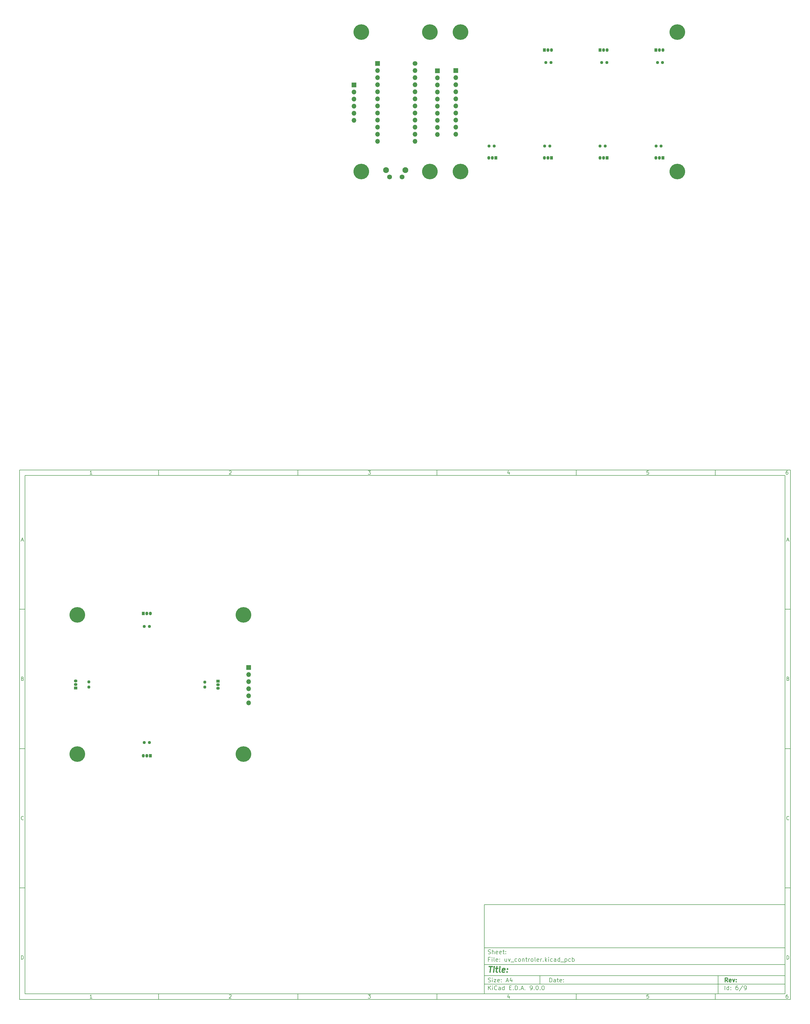
<source format=gbr>
%TF.GenerationSoftware,KiCad,Pcbnew,9.0.0*%
%TF.CreationDate,2025-06-04T23:26:29+02:00*%
%TF.ProjectId,uv_controler,75765f63-6f6e-4747-926f-6c65722e6b69,rev?*%
%TF.SameCoordinates,Original*%
%TF.FileFunction,Soldermask,Top*%
%TF.FilePolarity,Negative*%
%FSLAX46Y46*%
G04 Gerber Fmt 4.6, Leading zero omitted, Abs format (unit mm)*
G04 Created by KiCad (PCBNEW 9.0.0) date 2025-06-04 23:26:29*
%MOMM*%
%LPD*%
G01*
G04 APERTURE LIST*
G04 Aperture macros list*
%AMRoundRect*
0 Rectangle with rounded corners*
0 $1 Rounding radius*
0 $2 $3 $4 $5 $6 $7 $8 $9 X,Y pos of 4 corners*
0 Add a 4 corners polygon primitive as box body*
4,1,4,$2,$3,$4,$5,$6,$7,$8,$9,$2,$3,0*
0 Add four circle primitives for the rounded corners*
1,1,$1+$1,$2,$3*
1,1,$1+$1,$4,$5*
1,1,$1+$1,$6,$7*
1,1,$1+$1,$8,$9*
0 Add four rect primitives between the rounded corners*
20,1,$1+$1,$2,$3,$4,$5,0*
20,1,$1+$1,$4,$5,$6,$7,0*
20,1,$1+$1,$6,$7,$8,$9,0*
20,1,$1+$1,$8,$9,$2,$3,0*%
G04 Aperture macros list end*
%ADD10C,0.100000*%
%ADD11C,0.150000*%
%ADD12C,0.300000*%
%ADD13C,0.400000*%
%ADD14C,5.600000*%
%ADD15RoundRect,0.237500X0.250000X0.237500X-0.250000X0.237500X-0.250000X-0.237500X0.250000X-0.237500X0*%
%ADD16RoundRect,0.237500X-0.250000X-0.237500X0.250000X-0.237500X0.250000X0.237500X-0.250000X0.237500X0*%
%ADD17R,1.300000X1.050000*%
%ADD18O,1.300000X1.050000*%
%ADD19R,1.700000X1.700000*%
%ADD20O,1.700000X1.700000*%
%ADD21R,1.050000X1.300000*%
%ADD22O,1.050000X1.300000*%
%ADD23RoundRect,0.237500X0.237500X-0.250000X0.237500X0.250000X-0.237500X0.250000X-0.237500X-0.250000X0*%
%ADD24C,1.700000*%
%ADD25C,2.100000*%
%ADD26C,1.750000*%
%ADD27RoundRect,0.237500X-0.237500X0.250000X-0.237500X-0.250000X0.237500X-0.250000X0.237500X0.250000X0*%
G04 APERTURE END LIST*
D10*
D11*
X177002200Y-166007200D02*
X285002200Y-166007200D01*
X285002200Y-198007200D01*
X177002200Y-198007200D01*
X177002200Y-166007200D01*
D10*
D11*
X10000000Y-10000000D02*
X287002200Y-10000000D01*
X287002200Y-200007200D01*
X10000000Y-200007200D01*
X10000000Y-10000000D01*
D10*
D11*
X12000000Y-12000000D02*
X285002200Y-12000000D01*
X285002200Y-198007200D01*
X12000000Y-198007200D01*
X12000000Y-12000000D01*
D10*
D11*
X60000000Y-12000000D02*
X60000000Y-10000000D01*
D10*
D11*
X110000000Y-12000000D02*
X110000000Y-10000000D01*
D10*
D11*
X160000000Y-12000000D02*
X160000000Y-10000000D01*
D10*
D11*
X210000000Y-12000000D02*
X210000000Y-10000000D01*
D10*
D11*
X260000000Y-12000000D02*
X260000000Y-10000000D01*
D10*
D11*
X36089160Y-11593604D02*
X35346303Y-11593604D01*
X35717731Y-11593604D02*
X35717731Y-10293604D01*
X35717731Y-10293604D02*
X35593922Y-10479319D01*
X35593922Y-10479319D02*
X35470112Y-10603128D01*
X35470112Y-10603128D02*
X35346303Y-10665033D01*
D10*
D11*
X85346303Y-10417414D02*
X85408207Y-10355509D01*
X85408207Y-10355509D02*
X85532017Y-10293604D01*
X85532017Y-10293604D02*
X85841541Y-10293604D01*
X85841541Y-10293604D02*
X85965350Y-10355509D01*
X85965350Y-10355509D02*
X86027255Y-10417414D01*
X86027255Y-10417414D02*
X86089160Y-10541223D01*
X86089160Y-10541223D02*
X86089160Y-10665033D01*
X86089160Y-10665033D02*
X86027255Y-10850747D01*
X86027255Y-10850747D02*
X85284398Y-11593604D01*
X85284398Y-11593604D02*
X86089160Y-11593604D01*
D10*
D11*
X135284398Y-10293604D02*
X136089160Y-10293604D01*
X136089160Y-10293604D02*
X135655826Y-10788842D01*
X135655826Y-10788842D02*
X135841541Y-10788842D01*
X135841541Y-10788842D02*
X135965350Y-10850747D01*
X135965350Y-10850747D02*
X136027255Y-10912652D01*
X136027255Y-10912652D02*
X136089160Y-11036461D01*
X136089160Y-11036461D02*
X136089160Y-11345985D01*
X136089160Y-11345985D02*
X136027255Y-11469795D01*
X136027255Y-11469795D02*
X135965350Y-11531700D01*
X135965350Y-11531700D02*
X135841541Y-11593604D01*
X135841541Y-11593604D02*
X135470112Y-11593604D01*
X135470112Y-11593604D02*
X135346303Y-11531700D01*
X135346303Y-11531700D02*
X135284398Y-11469795D01*
D10*
D11*
X185965350Y-10726938D02*
X185965350Y-11593604D01*
X185655826Y-10231700D02*
X185346303Y-11160271D01*
X185346303Y-11160271D02*
X186151064Y-11160271D01*
D10*
D11*
X236027255Y-10293604D02*
X235408207Y-10293604D01*
X235408207Y-10293604D02*
X235346303Y-10912652D01*
X235346303Y-10912652D02*
X235408207Y-10850747D01*
X235408207Y-10850747D02*
X235532017Y-10788842D01*
X235532017Y-10788842D02*
X235841541Y-10788842D01*
X235841541Y-10788842D02*
X235965350Y-10850747D01*
X235965350Y-10850747D02*
X236027255Y-10912652D01*
X236027255Y-10912652D02*
X236089160Y-11036461D01*
X236089160Y-11036461D02*
X236089160Y-11345985D01*
X236089160Y-11345985D02*
X236027255Y-11469795D01*
X236027255Y-11469795D02*
X235965350Y-11531700D01*
X235965350Y-11531700D02*
X235841541Y-11593604D01*
X235841541Y-11593604D02*
X235532017Y-11593604D01*
X235532017Y-11593604D02*
X235408207Y-11531700D01*
X235408207Y-11531700D02*
X235346303Y-11469795D01*
D10*
D11*
X285965350Y-10293604D02*
X285717731Y-10293604D01*
X285717731Y-10293604D02*
X285593922Y-10355509D01*
X285593922Y-10355509D02*
X285532017Y-10417414D01*
X285532017Y-10417414D02*
X285408207Y-10603128D01*
X285408207Y-10603128D02*
X285346303Y-10850747D01*
X285346303Y-10850747D02*
X285346303Y-11345985D01*
X285346303Y-11345985D02*
X285408207Y-11469795D01*
X285408207Y-11469795D02*
X285470112Y-11531700D01*
X285470112Y-11531700D02*
X285593922Y-11593604D01*
X285593922Y-11593604D02*
X285841541Y-11593604D01*
X285841541Y-11593604D02*
X285965350Y-11531700D01*
X285965350Y-11531700D02*
X286027255Y-11469795D01*
X286027255Y-11469795D02*
X286089160Y-11345985D01*
X286089160Y-11345985D02*
X286089160Y-11036461D01*
X286089160Y-11036461D02*
X286027255Y-10912652D01*
X286027255Y-10912652D02*
X285965350Y-10850747D01*
X285965350Y-10850747D02*
X285841541Y-10788842D01*
X285841541Y-10788842D02*
X285593922Y-10788842D01*
X285593922Y-10788842D02*
X285470112Y-10850747D01*
X285470112Y-10850747D02*
X285408207Y-10912652D01*
X285408207Y-10912652D02*
X285346303Y-11036461D01*
D10*
D11*
X60000000Y-198007200D02*
X60000000Y-200007200D01*
D10*
D11*
X110000000Y-198007200D02*
X110000000Y-200007200D01*
D10*
D11*
X160000000Y-198007200D02*
X160000000Y-200007200D01*
D10*
D11*
X210000000Y-198007200D02*
X210000000Y-200007200D01*
D10*
D11*
X260000000Y-198007200D02*
X260000000Y-200007200D01*
D10*
D11*
X36089160Y-199600804D02*
X35346303Y-199600804D01*
X35717731Y-199600804D02*
X35717731Y-198300804D01*
X35717731Y-198300804D02*
X35593922Y-198486519D01*
X35593922Y-198486519D02*
X35470112Y-198610328D01*
X35470112Y-198610328D02*
X35346303Y-198672233D01*
D10*
D11*
X85346303Y-198424614D02*
X85408207Y-198362709D01*
X85408207Y-198362709D02*
X85532017Y-198300804D01*
X85532017Y-198300804D02*
X85841541Y-198300804D01*
X85841541Y-198300804D02*
X85965350Y-198362709D01*
X85965350Y-198362709D02*
X86027255Y-198424614D01*
X86027255Y-198424614D02*
X86089160Y-198548423D01*
X86089160Y-198548423D02*
X86089160Y-198672233D01*
X86089160Y-198672233D02*
X86027255Y-198857947D01*
X86027255Y-198857947D02*
X85284398Y-199600804D01*
X85284398Y-199600804D02*
X86089160Y-199600804D01*
D10*
D11*
X135284398Y-198300804D02*
X136089160Y-198300804D01*
X136089160Y-198300804D02*
X135655826Y-198796042D01*
X135655826Y-198796042D02*
X135841541Y-198796042D01*
X135841541Y-198796042D02*
X135965350Y-198857947D01*
X135965350Y-198857947D02*
X136027255Y-198919852D01*
X136027255Y-198919852D02*
X136089160Y-199043661D01*
X136089160Y-199043661D02*
X136089160Y-199353185D01*
X136089160Y-199353185D02*
X136027255Y-199476995D01*
X136027255Y-199476995D02*
X135965350Y-199538900D01*
X135965350Y-199538900D02*
X135841541Y-199600804D01*
X135841541Y-199600804D02*
X135470112Y-199600804D01*
X135470112Y-199600804D02*
X135346303Y-199538900D01*
X135346303Y-199538900D02*
X135284398Y-199476995D01*
D10*
D11*
X185965350Y-198734138D02*
X185965350Y-199600804D01*
X185655826Y-198238900D02*
X185346303Y-199167471D01*
X185346303Y-199167471D02*
X186151064Y-199167471D01*
D10*
D11*
X236027255Y-198300804D02*
X235408207Y-198300804D01*
X235408207Y-198300804D02*
X235346303Y-198919852D01*
X235346303Y-198919852D02*
X235408207Y-198857947D01*
X235408207Y-198857947D02*
X235532017Y-198796042D01*
X235532017Y-198796042D02*
X235841541Y-198796042D01*
X235841541Y-198796042D02*
X235965350Y-198857947D01*
X235965350Y-198857947D02*
X236027255Y-198919852D01*
X236027255Y-198919852D02*
X236089160Y-199043661D01*
X236089160Y-199043661D02*
X236089160Y-199353185D01*
X236089160Y-199353185D02*
X236027255Y-199476995D01*
X236027255Y-199476995D02*
X235965350Y-199538900D01*
X235965350Y-199538900D02*
X235841541Y-199600804D01*
X235841541Y-199600804D02*
X235532017Y-199600804D01*
X235532017Y-199600804D02*
X235408207Y-199538900D01*
X235408207Y-199538900D02*
X235346303Y-199476995D01*
D10*
D11*
X285965350Y-198300804D02*
X285717731Y-198300804D01*
X285717731Y-198300804D02*
X285593922Y-198362709D01*
X285593922Y-198362709D02*
X285532017Y-198424614D01*
X285532017Y-198424614D02*
X285408207Y-198610328D01*
X285408207Y-198610328D02*
X285346303Y-198857947D01*
X285346303Y-198857947D02*
X285346303Y-199353185D01*
X285346303Y-199353185D02*
X285408207Y-199476995D01*
X285408207Y-199476995D02*
X285470112Y-199538900D01*
X285470112Y-199538900D02*
X285593922Y-199600804D01*
X285593922Y-199600804D02*
X285841541Y-199600804D01*
X285841541Y-199600804D02*
X285965350Y-199538900D01*
X285965350Y-199538900D02*
X286027255Y-199476995D01*
X286027255Y-199476995D02*
X286089160Y-199353185D01*
X286089160Y-199353185D02*
X286089160Y-199043661D01*
X286089160Y-199043661D02*
X286027255Y-198919852D01*
X286027255Y-198919852D02*
X285965350Y-198857947D01*
X285965350Y-198857947D02*
X285841541Y-198796042D01*
X285841541Y-198796042D02*
X285593922Y-198796042D01*
X285593922Y-198796042D02*
X285470112Y-198857947D01*
X285470112Y-198857947D02*
X285408207Y-198919852D01*
X285408207Y-198919852D02*
X285346303Y-199043661D01*
D10*
D11*
X10000000Y-60000000D02*
X12000000Y-60000000D01*
D10*
D11*
X10000000Y-110000000D02*
X12000000Y-110000000D01*
D10*
D11*
X10000000Y-160000000D02*
X12000000Y-160000000D01*
D10*
D11*
X10690476Y-35222176D02*
X11309523Y-35222176D01*
X10566666Y-35593604D02*
X10999999Y-34293604D01*
X10999999Y-34293604D02*
X11433333Y-35593604D01*
D10*
D11*
X11092857Y-84912652D02*
X11278571Y-84974557D01*
X11278571Y-84974557D02*
X11340476Y-85036461D01*
X11340476Y-85036461D02*
X11402380Y-85160271D01*
X11402380Y-85160271D02*
X11402380Y-85345985D01*
X11402380Y-85345985D02*
X11340476Y-85469795D01*
X11340476Y-85469795D02*
X11278571Y-85531700D01*
X11278571Y-85531700D02*
X11154761Y-85593604D01*
X11154761Y-85593604D02*
X10659523Y-85593604D01*
X10659523Y-85593604D02*
X10659523Y-84293604D01*
X10659523Y-84293604D02*
X11092857Y-84293604D01*
X11092857Y-84293604D02*
X11216666Y-84355509D01*
X11216666Y-84355509D02*
X11278571Y-84417414D01*
X11278571Y-84417414D02*
X11340476Y-84541223D01*
X11340476Y-84541223D02*
X11340476Y-84665033D01*
X11340476Y-84665033D02*
X11278571Y-84788842D01*
X11278571Y-84788842D02*
X11216666Y-84850747D01*
X11216666Y-84850747D02*
X11092857Y-84912652D01*
X11092857Y-84912652D02*
X10659523Y-84912652D01*
D10*
D11*
X11402380Y-135469795D02*
X11340476Y-135531700D01*
X11340476Y-135531700D02*
X11154761Y-135593604D01*
X11154761Y-135593604D02*
X11030952Y-135593604D01*
X11030952Y-135593604D02*
X10845238Y-135531700D01*
X10845238Y-135531700D02*
X10721428Y-135407890D01*
X10721428Y-135407890D02*
X10659523Y-135284080D01*
X10659523Y-135284080D02*
X10597619Y-135036461D01*
X10597619Y-135036461D02*
X10597619Y-134850747D01*
X10597619Y-134850747D02*
X10659523Y-134603128D01*
X10659523Y-134603128D02*
X10721428Y-134479319D01*
X10721428Y-134479319D02*
X10845238Y-134355509D01*
X10845238Y-134355509D02*
X11030952Y-134293604D01*
X11030952Y-134293604D02*
X11154761Y-134293604D01*
X11154761Y-134293604D02*
X11340476Y-134355509D01*
X11340476Y-134355509D02*
X11402380Y-134417414D01*
D10*
D11*
X10659523Y-185593604D02*
X10659523Y-184293604D01*
X10659523Y-184293604D02*
X10969047Y-184293604D01*
X10969047Y-184293604D02*
X11154761Y-184355509D01*
X11154761Y-184355509D02*
X11278571Y-184479319D01*
X11278571Y-184479319D02*
X11340476Y-184603128D01*
X11340476Y-184603128D02*
X11402380Y-184850747D01*
X11402380Y-184850747D02*
X11402380Y-185036461D01*
X11402380Y-185036461D02*
X11340476Y-185284080D01*
X11340476Y-185284080D02*
X11278571Y-185407890D01*
X11278571Y-185407890D02*
X11154761Y-185531700D01*
X11154761Y-185531700D02*
X10969047Y-185593604D01*
X10969047Y-185593604D02*
X10659523Y-185593604D01*
D10*
D11*
X287002200Y-60000000D02*
X285002200Y-60000000D01*
D10*
D11*
X287002200Y-110000000D02*
X285002200Y-110000000D01*
D10*
D11*
X287002200Y-160000000D02*
X285002200Y-160000000D01*
D10*
D11*
X285692676Y-35222176D02*
X286311723Y-35222176D01*
X285568866Y-35593604D02*
X286002199Y-34293604D01*
X286002199Y-34293604D02*
X286435533Y-35593604D01*
D10*
D11*
X286095057Y-84912652D02*
X286280771Y-84974557D01*
X286280771Y-84974557D02*
X286342676Y-85036461D01*
X286342676Y-85036461D02*
X286404580Y-85160271D01*
X286404580Y-85160271D02*
X286404580Y-85345985D01*
X286404580Y-85345985D02*
X286342676Y-85469795D01*
X286342676Y-85469795D02*
X286280771Y-85531700D01*
X286280771Y-85531700D02*
X286156961Y-85593604D01*
X286156961Y-85593604D02*
X285661723Y-85593604D01*
X285661723Y-85593604D02*
X285661723Y-84293604D01*
X285661723Y-84293604D02*
X286095057Y-84293604D01*
X286095057Y-84293604D02*
X286218866Y-84355509D01*
X286218866Y-84355509D02*
X286280771Y-84417414D01*
X286280771Y-84417414D02*
X286342676Y-84541223D01*
X286342676Y-84541223D02*
X286342676Y-84665033D01*
X286342676Y-84665033D02*
X286280771Y-84788842D01*
X286280771Y-84788842D02*
X286218866Y-84850747D01*
X286218866Y-84850747D02*
X286095057Y-84912652D01*
X286095057Y-84912652D02*
X285661723Y-84912652D01*
D10*
D11*
X286404580Y-135469795D02*
X286342676Y-135531700D01*
X286342676Y-135531700D02*
X286156961Y-135593604D01*
X286156961Y-135593604D02*
X286033152Y-135593604D01*
X286033152Y-135593604D02*
X285847438Y-135531700D01*
X285847438Y-135531700D02*
X285723628Y-135407890D01*
X285723628Y-135407890D02*
X285661723Y-135284080D01*
X285661723Y-135284080D02*
X285599819Y-135036461D01*
X285599819Y-135036461D02*
X285599819Y-134850747D01*
X285599819Y-134850747D02*
X285661723Y-134603128D01*
X285661723Y-134603128D02*
X285723628Y-134479319D01*
X285723628Y-134479319D02*
X285847438Y-134355509D01*
X285847438Y-134355509D02*
X286033152Y-134293604D01*
X286033152Y-134293604D02*
X286156961Y-134293604D01*
X286156961Y-134293604D02*
X286342676Y-134355509D01*
X286342676Y-134355509D02*
X286404580Y-134417414D01*
D10*
D11*
X285661723Y-185593604D02*
X285661723Y-184293604D01*
X285661723Y-184293604D02*
X285971247Y-184293604D01*
X285971247Y-184293604D02*
X286156961Y-184355509D01*
X286156961Y-184355509D02*
X286280771Y-184479319D01*
X286280771Y-184479319D02*
X286342676Y-184603128D01*
X286342676Y-184603128D02*
X286404580Y-184850747D01*
X286404580Y-184850747D02*
X286404580Y-185036461D01*
X286404580Y-185036461D02*
X286342676Y-185284080D01*
X286342676Y-185284080D02*
X286280771Y-185407890D01*
X286280771Y-185407890D02*
X286156961Y-185531700D01*
X286156961Y-185531700D02*
X285971247Y-185593604D01*
X285971247Y-185593604D02*
X285661723Y-185593604D01*
D10*
D11*
X200458026Y-193793328D02*
X200458026Y-192293328D01*
X200458026Y-192293328D02*
X200815169Y-192293328D01*
X200815169Y-192293328D02*
X201029455Y-192364757D01*
X201029455Y-192364757D02*
X201172312Y-192507614D01*
X201172312Y-192507614D02*
X201243741Y-192650471D01*
X201243741Y-192650471D02*
X201315169Y-192936185D01*
X201315169Y-192936185D02*
X201315169Y-193150471D01*
X201315169Y-193150471D02*
X201243741Y-193436185D01*
X201243741Y-193436185D02*
X201172312Y-193579042D01*
X201172312Y-193579042D02*
X201029455Y-193721900D01*
X201029455Y-193721900D02*
X200815169Y-193793328D01*
X200815169Y-193793328D02*
X200458026Y-193793328D01*
X202600884Y-193793328D02*
X202600884Y-193007614D01*
X202600884Y-193007614D02*
X202529455Y-192864757D01*
X202529455Y-192864757D02*
X202386598Y-192793328D01*
X202386598Y-192793328D02*
X202100884Y-192793328D01*
X202100884Y-192793328D02*
X201958026Y-192864757D01*
X202600884Y-193721900D02*
X202458026Y-193793328D01*
X202458026Y-193793328D02*
X202100884Y-193793328D01*
X202100884Y-193793328D02*
X201958026Y-193721900D01*
X201958026Y-193721900D02*
X201886598Y-193579042D01*
X201886598Y-193579042D02*
X201886598Y-193436185D01*
X201886598Y-193436185D02*
X201958026Y-193293328D01*
X201958026Y-193293328D02*
X202100884Y-193221900D01*
X202100884Y-193221900D02*
X202458026Y-193221900D01*
X202458026Y-193221900D02*
X202600884Y-193150471D01*
X203100884Y-192793328D02*
X203672312Y-192793328D01*
X203315169Y-192293328D02*
X203315169Y-193579042D01*
X203315169Y-193579042D02*
X203386598Y-193721900D01*
X203386598Y-193721900D02*
X203529455Y-193793328D01*
X203529455Y-193793328D02*
X203672312Y-193793328D01*
X204743741Y-193721900D02*
X204600884Y-193793328D01*
X204600884Y-193793328D02*
X204315170Y-193793328D01*
X204315170Y-193793328D02*
X204172312Y-193721900D01*
X204172312Y-193721900D02*
X204100884Y-193579042D01*
X204100884Y-193579042D02*
X204100884Y-193007614D01*
X204100884Y-193007614D02*
X204172312Y-192864757D01*
X204172312Y-192864757D02*
X204315170Y-192793328D01*
X204315170Y-192793328D02*
X204600884Y-192793328D01*
X204600884Y-192793328D02*
X204743741Y-192864757D01*
X204743741Y-192864757D02*
X204815170Y-193007614D01*
X204815170Y-193007614D02*
X204815170Y-193150471D01*
X204815170Y-193150471D02*
X204100884Y-193293328D01*
X205458026Y-193650471D02*
X205529455Y-193721900D01*
X205529455Y-193721900D02*
X205458026Y-193793328D01*
X205458026Y-193793328D02*
X205386598Y-193721900D01*
X205386598Y-193721900D02*
X205458026Y-193650471D01*
X205458026Y-193650471D02*
X205458026Y-193793328D01*
X205458026Y-192864757D02*
X205529455Y-192936185D01*
X205529455Y-192936185D02*
X205458026Y-193007614D01*
X205458026Y-193007614D02*
X205386598Y-192936185D01*
X205386598Y-192936185D02*
X205458026Y-192864757D01*
X205458026Y-192864757D02*
X205458026Y-193007614D01*
D10*
D11*
X177002200Y-194507200D02*
X285002200Y-194507200D01*
D10*
D11*
X178458026Y-196593328D02*
X178458026Y-195093328D01*
X179315169Y-196593328D02*
X178672312Y-195736185D01*
X179315169Y-195093328D02*
X178458026Y-195950471D01*
X179958026Y-196593328D02*
X179958026Y-195593328D01*
X179958026Y-195093328D02*
X179886598Y-195164757D01*
X179886598Y-195164757D02*
X179958026Y-195236185D01*
X179958026Y-195236185D02*
X180029455Y-195164757D01*
X180029455Y-195164757D02*
X179958026Y-195093328D01*
X179958026Y-195093328D02*
X179958026Y-195236185D01*
X181529455Y-196450471D02*
X181458027Y-196521900D01*
X181458027Y-196521900D02*
X181243741Y-196593328D01*
X181243741Y-196593328D02*
X181100884Y-196593328D01*
X181100884Y-196593328D02*
X180886598Y-196521900D01*
X180886598Y-196521900D02*
X180743741Y-196379042D01*
X180743741Y-196379042D02*
X180672312Y-196236185D01*
X180672312Y-196236185D02*
X180600884Y-195950471D01*
X180600884Y-195950471D02*
X180600884Y-195736185D01*
X180600884Y-195736185D02*
X180672312Y-195450471D01*
X180672312Y-195450471D02*
X180743741Y-195307614D01*
X180743741Y-195307614D02*
X180886598Y-195164757D01*
X180886598Y-195164757D02*
X181100884Y-195093328D01*
X181100884Y-195093328D02*
X181243741Y-195093328D01*
X181243741Y-195093328D02*
X181458027Y-195164757D01*
X181458027Y-195164757D02*
X181529455Y-195236185D01*
X182815170Y-196593328D02*
X182815170Y-195807614D01*
X182815170Y-195807614D02*
X182743741Y-195664757D01*
X182743741Y-195664757D02*
X182600884Y-195593328D01*
X182600884Y-195593328D02*
X182315170Y-195593328D01*
X182315170Y-195593328D02*
X182172312Y-195664757D01*
X182815170Y-196521900D02*
X182672312Y-196593328D01*
X182672312Y-196593328D02*
X182315170Y-196593328D01*
X182315170Y-196593328D02*
X182172312Y-196521900D01*
X182172312Y-196521900D02*
X182100884Y-196379042D01*
X182100884Y-196379042D02*
X182100884Y-196236185D01*
X182100884Y-196236185D02*
X182172312Y-196093328D01*
X182172312Y-196093328D02*
X182315170Y-196021900D01*
X182315170Y-196021900D02*
X182672312Y-196021900D01*
X182672312Y-196021900D02*
X182815170Y-195950471D01*
X184172313Y-196593328D02*
X184172313Y-195093328D01*
X184172313Y-196521900D02*
X184029455Y-196593328D01*
X184029455Y-196593328D02*
X183743741Y-196593328D01*
X183743741Y-196593328D02*
X183600884Y-196521900D01*
X183600884Y-196521900D02*
X183529455Y-196450471D01*
X183529455Y-196450471D02*
X183458027Y-196307614D01*
X183458027Y-196307614D02*
X183458027Y-195879042D01*
X183458027Y-195879042D02*
X183529455Y-195736185D01*
X183529455Y-195736185D02*
X183600884Y-195664757D01*
X183600884Y-195664757D02*
X183743741Y-195593328D01*
X183743741Y-195593328D02*
X184029455Y-195593328D01*
X184029455Y-195593328D02*
X184172313Y-195664757D01*
X186029455Y-195807614D02*
X186529455Y-195807614D01*
X186743741Y-196593328D02*
X186029455Y-196593328D01*
X186029455Y-196593328D02*
X186029455Y-195093328D01*
X186029455Y-195093328D02*
X186743741Y-195093328D01*
X187386598Y-196450471D02*
X187458027Y-196521900D01*
X187458027Y-196521900D02*
X187386598Y-196593328D01*
X187386598Y-196593328D02*
X187315170Y-196521900D01*
X187315170Y-196521900D02*
X187386598Y-196450471D01*
X187386598Y-196450471D02*
X187386598Y-196593328D01*
X188100884Y-196593328D02*
X188100884Y-195093328D01*
X188100884Y-195093328D02*
X188458027Y-195093328D01*
X188458027Y-195093328D02*
X188672313Y-195164757D01*
X188672313Y-195164757D02*
X188815170Y-195307614D01*
X188815170Y-195307614D02*
X188886599Y-195450471D01*
X188886599Y-195450471D02*
X188958027Y-195736185D01*
X188958027Y-195736185D02*
X188958027Y-195950471D01*
X188958027Y-195950471D02*
X188886599Y-196236185D01*
X188886599Y-196236185D02*
X188815170Y-196379042D01*
X188815170Y-196379042D02*
X188672313Y-196521900D01*
X188672313Y-196521900D02*
X188458027Y-196593328D01*
X188458027Y-196593328D02*
X188100884Y-196593328D01*
X189600884Y-196450471D02*
X189672313Y-196521900D01*
X189672313Y-196521900D02*
X189600884Y-196593328D01*
X189600884Y-196593328D02*
X189529456Y-196521900D01*
X189529456Y-196521900D02*
X189600884Y-196450471D01*
X189600884Y-196450471D02*
X189600884Y-196593328D01*
X190243742Y-196164757D02*
X190958028Y-196164757D01*
X190100885Y-196593328D02*
X190600885Y-195093328D01*
X190600885Y-195093328D02*
X191100885Y-196593328D01*
X191600884Y-196450471D02*
X191672313Y-196521900D01*
X191672313Y-196521900D02*
X191600884Y-196593328D01*
X191600884Y-196593328D02*
X191529456Y-196521900D01*
X191529456Y-196521900D02*
X191600884Y-196450471D01*
X191600884Y-196450471D02*
X191600884Y-196593328D01*
X193529456Y-196593328D02*
X193815170Y-196593328D01*
X193815170Y-196593328D02*
X193958027Y-196521900D01*
X193958027Y-196521900D02*
X194029456Y-196450471D01*
X194029456Y-196450471D02*
X194172313Y-196236185D01*
X194172313Y-196236185D02*
X194243742Y-195950471D01*
X194243742Y-195950471D02*
X194243742Y-195379042D01*
X194243742Y-195379042D02*
X194172313Y-195236185D01*
X194172313Y-195236185D02*
X194100885Y-195164757D01*
X194100885Y-195164757D02*
X193958027Y-195093328D01*
X193958027Y-195093328D02*
X193672313Y-195093328D01*
X193672313Y-195093328D02*
X193529456Y-195164757D01*
X193529456Y-195164757D02*
X193458027Y-195236185D01*
X193458027Y-195236185D02*
X193386599Y-195379042D01*
X193386599Y-195379042D02*
X193386599Y-195736185D01*
X193386599Y-195736185D02*
X193458027Y-195879042D01*
X193458027Y-195879042D02*
X193529456Y-195950471D01*
X193529456Y-195950471D02*
X193672313Y-196021900D01*
X193672313Y-196021900D02*
X193958027Y-196021900D01*
X193958027Y-196021900D02*
X194100885Y-195950471D01*
X194100885Y-195950471D02*
X194172313Y-195879042D01*
X194172313Y-195879042D02*
X194243742Y-195736185D01*
X194886598Y-196450471D02*
X194958027Y-196521900D01*
X194958027Y-196521900D02*
X194886598Y-196593328D01*
X194886598Y-196593328D02*
X194815170Y-196521900D01*
X194815170Y-196521900D02*
X194886598Y-196450471D01*
X194886598Y-196450471D02*
X194886598Y-196593328D01*
X195886599Y-195093328D02*
X196029456Y-195093328D01*
X196029456Y-195093328D02*
X196172313Y-195164757D01*
X196172313Y-195164757D02*
X196243742Y-195236185D01*
X196243742Y-195236185D02*
X196315170Y-195379042D01*
X196315170Y-195379042D02*
X196386599Y-195664757D01*
X196386599Y-195664757D02*
X196386599Y-196021900D01*
X196386599Y-196021900D02*
X196315170Y-196307614D01*
X196315170Y-196307614D02*
X196243742Y-196450471D01*
X196243742Y-196450471D02*
X196172313Y-196521900D01*
X196172313Y-196521900D02*
X196029456Y-196593328D01*
X196029456Y-196593328D02*
X195886599Y-196593328D01*
X195886599Y-196593328D02*
X195743742Y-196521900D01*
X195743742Y-196521900D02*
X195672313Y-196450471D01*
X195672313Y-196450471D02*
X195600884Y-196307614D01*
X195600884Y-196307614D02*
X195529456Y-196021900D01*
X195529456Y-196021900D02*
X195529456Y-195664757D01*
X195529456Y-195664757D02*
X195600884Y-195379042D01*
X195600884Y-195379042D02*
X195672313Y-195236185D01*
X195672313Y-195236185D02*
X195743742Y-195164757D01*
X195743742Y-195164757D02*
X195886599Y-195093328D01*
X197029455Y-196450471D02*
X197100884Y-196521900D01*
X197100884Y-196521900D02*
X197029455Y-196593328D01*
X197029455Y-196593328D02*
X196958027Y-196521900D01*
X196958027Y-196521900D02*
X197029455Y-196450471D01*
X197029455Y-196450471D02*
X197029455Y-196593328D01*
X198029456Y-195093328D02*
X198172313Y-195093328D01*
X198172313Y-195093328D02*
X198315170Y-195164757D01*
X198315170Y-195164757D02*
X198386599Y-195236185D01*
X198386599Y-195236185D02*
X198458027Y-195379042D01*
X198458027Y-195379042D02*
X198529456Y-195664757D01*
X198529456Y-195664757D02*
X198529456Y-196021900D01*
X198529456Y-196021900D02*
X198458027Y-196307614D01*
X198458027Y-196307614D02*
X198386599Y-196450471D01*
X198386599Y-196450471D02*
X198315170Y-196521900D01*
X198315170Y-196521900D02*
X198172313Y-196593328D01*
X198172313Y-196593328D02*
X198029456Y-196593328D01*
X198029456Y-196593328D02*
X197886599Y-196521900D01*
X197886599Y-196521900D02*
X197815170Y-196450471D01*
X197815170Y-196450471D02*
X197743741Y-196307614D01*
X197743741Y-196307614D02*
X197672313Y-196021900D01*
X197672313Y-196021900D02*
X197672313Y-195664757D01*
X197672313Y-195664757D02*
X197743741Y-195379042D01*
X197743741Y-195379042D02*
X197815170Y-195236185D01*
X197815170Y-195236185D02*
X197886599Y-195164757D01*
X197886599Y-195164757D02*
X198029456Y-195093328D01*
D10*
D11*
X177002200Y-191507200D02*
X285002200Y-191507200D01*
D10*
D12*
X264413853Y-193785528D02*
X263913853Y-193071242D01*
X263556710Y-193785528D02*
X263556710Y-192285528D01*
X263556710Y-192285528D02*
X264128139Y-192285528D01*
X264128139Y-192285528D02*
X264270996Y-192356957D01*
X264270996Y-192356957D02*
X264342425Y-192428385D01*
X264342425Y-192428385D02*
X264413853Y-192571242D01*
X264413853Y-192571242D02*
X264413853Y-192785528D01*
X264413853Y-192785528D02*
X264342425Y-192928385D01*
X264342425Y-192928385D02*
X264270996Y-192999814D01*
X264270996Y-192999814D02*
X264128139Y-193071242D01*
X264128139Y-193071242D02*
X263556710Y-193071242D01*
X265628139Y-193714100D02*
X265485282Y-193785528D01*
X265485282Y-193785528D02*
X265199568Y-193785528D01*
X265199568Y-193785528D02*
X265056710Y-193714100D01*
X265056710Y-193714100D02*
X264985282Y-193571242D01*
X264985282Y-193571242D02*
X264985282Y-192999814D01*
X264985282Y-192999814D02*
X265056710Y-192856957D01*
X265056710Y-192856957D02*
X265199568Y-192785528D01*
X265199568Y-192785528D02*
X265485282Y-192785528D01*
X265485282Y-192785528D02*
X265628139Y-192856957D01*
X265628139Y-192856957D02*
X265699568Y-192999814D01*
X265699568Y-192999814D02*
X265699568Y-193142671D01*
X265699568Y-193142671D02*
X264985282Y-193285528D01*
X266199567Y-192785528D02*
X266556710Y-193785528D01*
X266556710Y-193785528D02*
X266913853Y-192785528D01*
X267485281Y-193642671D02*
X267556710Y-193714100D01*
X267556710Y-193714100D02*
X267485281Y-193785528D01*
X267485281Y-193785528D02*
X267413853Y-193714100D01*
X267413853Y-193714100D02*
X267485281Y-193642671D01*
X267485281Y-193642671D02*
X267485281Y-193785528D01*
X267485281Y-192856957D02*
X267556710Y-192928385D01*
X267556710Y-192928385D02*
X267485281Y-192999814D01*
X267485281Y-192999814D02*
X267413853Y-192928385D01*
X267413853Y-192928385D02*
X267485281Y-192856957D01*
X267485281Y-192856957D02*
X267485281Y-192999814D01*
D10*
D11*
X178386598Y-193721900D02*
X178600884Y-193793328D01*
X178600884Y-193793328D02*
X178958026Y-193793328D01*
X178958026Y-193793328D02*
X179100884Y-193721900D01*
X179100884Y-193721900D02*
X179172312Y-193650471D01*
X179172312Y-193650471D02*
X179243741Y-193507614D01*
X179243741Y-193507614D02*
X179243741Y-193364757D01*
X179243741Y-193364757D02*
X179172312Y-193221900D01*
X179172312Y-193221900D02*
X179100884Y-193150471D01*
X179100884Y-193150471D02*
X178958026Y-193079042D01*
X178958026Y-193079042D02*
X178672312Y-193007614D01*
X178672312Y-193007614D02*
X178529455Y-192936185D01*
X178529455Y-192936185D02*
X178458026Y-192864757D01*
X178458026Y-192864757D02*
X178386598Y-192721900D01*
X178386598Y-192721900D02*
X178386598Y-192579042D01*
X178386598Y-192579042D02*
X178458026Y-192436185D01*
X178458026Y-192436185D02*
X178529455Y-192364757D01*
X178529455Y-192364757D02*
X178672312Y-192293328D01*
X178672312Y-192293328D02*
X179029455Y-192293328D01*
X179029455Y-192293328D02*
X179243741Y-192364757D01*
X179886597Y-193793328D02*
X179886597Y-192793328D01*
X179886597Y-192293328D02*
X179815169Y-192364757D01*
X179815169Y-192364757D02*
X179886597Y-192436185D01*
X179886597Y-192436185D02*
X179958026Y-192364757D01*
X179958026Y-192364757D02*
X179886597Y-192293328D01*
X179886597Y-192293328D02*
X179886597Y-192436185D01*
X180458026Y-192793328D02*
X181243741Y-192793328D01*
X181243741Y-192793328D02*
X180458026Y-193793328D01*
X180458026Y-193793328D02*
X181243741Y-193793328D01*
X182386598Y-193721900D02*
X182243741Y-193793328D01*
X182243741Y-193793328D02*
X181958027Y-193793328D01*
X181958027Y-193793328D02*
X181815169Y-193721900D01*
X181815169Y-193721900D02*
X181743741Y-193579042D01*
X181743741Y-193579042D02*
X181743741Y-193007614D01*
X181743741Y-193007614D02*
X181815169Y-192864757D01*
X181815169Y-192864757D02*
X181958027Y-192793328D01*
X181958027Y-192793328D02*
X182243741Y-192793328D01*
X182243741Y-192793328D02*
X182386598Y-192864757D01*
X182386598Y-192864757D02*
X182458027Y-193007614D01*
X182458027Y-193007614D02*
X182458027Y-193150471D01*
X182458027Y-193150471D02*
X181743741Y-193293328D01*
X183100883Y-193650471D02*
X183172312Y-193721900D01*
X183172312Y-193721900D02*
X183100883Y-193793328D01*
X183100883Y-193793328D02*
X183029455Y-193721900D01*
X183029455Y-193721900D02*
X183100883Y-193650471D01*
X183100883Y-193650471D02*
X183100883Y-193793328D01*
X183100883Y-192864757D02*
X183172312Y-192936185D01*
X183172312Y-192936185D02*
X183100883Y-193007614D01*
X183100883Y-193007614D02*
X183029455Y-192936185D01*
X183029455Y-192936185D02*
X183100883Y-192864757D01*
X183100883Y-192864757D02*
X183100883Y-193007614D01*
X184886598Y-193364757D02*
X185600884Y-193364757D01*
X184743741Y-193793328D02*
X185243741Y-192293328D01*
X185243741Y-192293328D02*
X185743741Y-193793328D01*
X186886598Y-192793328D02*
X186886598Y-193793328D01*
X186529455Y-192221900D02*
X186172312Y-193293328D01*
X186172312Y-193293328D02*
X187100883Y-193293328D01*
D10*
D11*
X263458026Y-196593328D02*
X263458026Y-195093328D01*
X264815170Y-196593328D02*
X264815170Y-195093328D01*
X264815170Y-196521900D02*
X264672312Y-196593328D01*
X264672312Y-196593328D02*
X264386598Y-196593328D01*
X264386598Y-196593328D02*
X264243741Y-196521900D01*
X264243741Y-196521900D02*
X264172312Y-196450471D01*
X264172312Y-196450471D02*
X264100884Y-196307614D01*
X264100884Y-196307614D02*
X264100884Y-195879042D01*
X264100884Y-195879042D02*
X264172312Y-195736185D01*
X264172312Y-195736185D02*
X264243741Y-195664757D01*
X264243741Y-195664757D02*
X264386598Y-195593328D01*
X264386598Y-195593328D02*
X264672312Y-195593328D01*
X264672312Y-195593328D02*
X264815170Y-195664757D01*
X265529455Y-196450471D02*
X265600884Y-196521900D01*
X265600884Y-196521900D02*
X265529455Y-196593328D01*
X265529455Y-196593328D02*
X265458027Y-196521900D01*
X265458027Y-196521900D02*
X265529455Y-196450471D01*
X265529455Y-196450471D02*
X265529455Y-196593328D01*
X265529455Y-195664757D02*
X265600884Y-195736185D01*
X265600884Y-195736185D02*
X265529455Y-195807614D01*
X265529455Y-195807614D02*
X265458027Y-195736185D01*
X265458027Y-195736185D02*
X265529455Y-195664757D01*
X265529455Y-195664757D02*
X265529455Y-195807614D01*
X268029456Y-195093328D02*
X267743741Y-195093328D01*
X267743741Y-195093328D02*
X267600884Y-195164757D01*
X267600884Y-195164757D02*
X267529456Y-195236185D01*
X267529456Y-195236185D02*
X267386598Y-195450471D01*
X267386598Y-195450471D02*
X267315170Y-195736185D01*
X267315170Y-195736185D02*
X267315170Y-196307614D01*
X267315170Y-196307614D02*
X267386598Y-196450471D01*
X267386598Y-196450471D02*
X267458027Y-196521900D01*
X267458027Y-196521900D02*
X267600884Y-196593328D01*
X267600884Y-196593328D02*
X267886598Y-196593328D01*
X267886598Y-196593328D02*
X268029456Y-196521900D01*
X268029456Y-196521900D02*
X268100884Y-196450471D01*
X268100884Y-196450471D02*
X268172313Y-196307614D01*
X268172313Y-196307614D02*
X268172313Y-195950471D01*
X268172313Y-195950471D02*
X268100884Y-195807614D01*
X268100884Y-195807614D02*
X268029456Y-195736185D01*
X268029456Y-195736185D02*
X267886598Y-195664757D01*
X267886598Y-195664757D02*
X267600884Y-195664757D01*
X267600884Y-195664757D02*
X267458027Y-195736185D01*
X267458027Y-195736185D02*
X267386598Y-195807614D01*
X267386598Y-195807614D02*
X267315170Y-195950471D01*
X269886598Y-195021900D02*
X268600884Y-196950471D01*
X270458027Y-196593328D02*
X270743741Y-196593328D01*
X270743741Y-196593328D02*
X270886598Y-196521900D01*
X270886598Y-196521900D02*
X270958027Y-196450471D01*
X270958027Y-196450471D02*
X271100884Y-196236185D01*
X271100884Y-196236185D02*
X271172313Y-195950471D01*
X271172313Y-195950471D02*
X271172313Y-195379042D01*
X271172313Y-195379042D02*
X271100884Y-195236185D01*
X271100884Y-195236185D02*
X271029456Y-195164757D01*
X271029456Y-195164757D02*
X270886598Y-195093328D01*
X270886598Y-195093328D02*
X270600884Y-195093328D01*
X270600884Y-195093328D02*
X270458027Y-195164757D01*
X270458027Y-195164757D02*
X270386598Y-195236185D01*
X270386598Y-195236185D02*
X270315170Y-195379042D01*
X270315170Y-195379042D02*
X270315170Y-195736185D01*
X270315170Y-195736185D02*
X270386598Y-195879042D01*
X270386598Y-195879042D02*
X270458027Y-195950471D01*
X270458027Y-195950471D02*
X270600884Y-196021900D01*
X270600884Y-196021900D02*
X270886598Y-196021900D01*
X270886598Y-196021900D02*
X271029456Y-195950471D01*
X271029456Y-195950471D02*
X271100884Y-195879042D01*
X271100884Y-195879042D02*
X271172313Y-195736185D01*
D10*
D11*
X177002200Y-187507200D02*
X285002200Y-187507200D01*
D10*
D13*
X178693928Y-188211638D02*
X179836785Y-188211638D01*
X179015357Y-190211638D02*
X179265357Y-188211638D01*
X180253452Y-190211638D02*
X180420119Y-188878304D01*
X180503452Y-188211638D02*
X180396309Y-188306876D01*
X180396309Y-188306876D02*
X180479643Y-188402114D01*
X180479643Y-188402114D02*
X180586786Y-188306876D01*
X180586786Y-188306876D02*
X180503452Y-188211638D01*
X180503452Y-188211638D02*
X180479643Y-188402114D01*
X181086786Y-188878304D02*
X181848690Y-188878304D01*
X181455833Y-188211638D02*
X181241548Y-189925923D01*
X181241548Y-189925923D02*
X181312976Y-190116400D01*
X181312976Y-190116400D02*
X181491548Y-190211638D01*
X181491548Y-190211638D02*
X181682024Y-190211638D01*
X182634405Y-190211638D02*
X182455833Y-190116400D01*
X182455833Y-190116400D02*
X182384405Y-189925923D01*
X182384405Y-189925923D02*
X182598690Y-188211638D01*
X184170119Y-190116400D02*
X183967738Y-190211638D01*
X183967738Y-190211638D02*
X183586785Y-190211638D01*
X183586785Y-190211638D02*
X183408214Y-190116400D01*
X183408214Y-190116400D02*
X183336785Y-189925923D01*
X183336785Y-189925923D02*
X183432024Y-189164019D01*
X183432024Y-189164019D02*
X183551071Y-188973542D01*
X183551071Y-188973542D02*
X183753452Y-188878304D01*
X183753452Y-188878304D02*
X184134404Y-188878304D01*
X184134404Y-188878304D02*
X184312976Y-188973542D01*
X184312976Y-188973542D02*
X184384404Y-189164019D01*
X184384404Y-189164019D02*
X184360595Y-189354495D01*
X184360595Y-189354495D02*
X183384404Y-189544971D01*
X185134405Y-190021161D02*
X185217738Y-190116400D01*
X185217738Y-190116400D02*
X185110595Y-190211638D01*
X185110595Y-190211638D02*
X185027262Y-190116400D01*
X185027262Y-190116400D02*
X185134405Y-190021161D01*
X185134405Y-190021161D02*
X185110595Y-190211638D01*
X185265357Y-188973542D02*
X185348690Y-189068780D01*
X185348690Y-189068780D02*
X185241548Y-189164019D01*
X185241548Y-189164019D02*
X185158214Y-189068780D01*
X185158214Y-189068780D02*
X185265357Y-188973542D01*
X185265357Y-188973542D02*
X185241548Y-189164019D01*
D10*
D11*
X178958026Y-185607614D02*
X178458026Y-185607614D01*
X178458026Y-186393328D02*
X178458026Y-184893328D01*
X178458026Y-184893328D02*
X179172312Y-184893328D01*
X179743740Y-186393328D02*
X179743740Y-185393328D01*
X179743740Y-184893328D02*
X179672312Y-184964757D01*
X179672312Y-184964757D02*
X179743740Y-185036185D01*
X179743740Y-185036185D02*
X179815169Y-184964757D01*
X179815169Y-184964757D02*
X179743740Y-184893328D01*
X179743740Y-184893328D02*
X179743740Y-185036185D01*
X180672312Y-186393328D02*
X180529455Y-186321900D01*
X180529455Y-186321900D02*
X180458026Y-186179042D01*
X180458026Y-186179042D02*
X180458026Y-184893328D01*
X181815169Y-186321900D02*
X181672312Y-186393328D01*
X181672312Y-186393328D02*
X181386598Y-186393328D01*
X181386598Y-186393328D02*
X181243740Y-186321900D01*
X181243740Y-186321900D02*
X181172312Y-186179042D01*
X181172312Y-186179042D02*
X181172312Y-185607614D01*
X181172312Y-185607614D02*
X181243740Y-185464757D01*
X181243740Y-185464757D02*
X181386598Y-185393328D01*
X181386598Y-185393328D02*
X181672312Y-185393328D01*
X181672312Y-185393328D02*
X181815169Y-185464757D01*
X181815169Y-185464757D02*
X181886598Y-185607614D01*
X181886598Y-185607614D02*
X181886598Y-185750471D01*
X181886598Y-185750471D02*
X181172312Y-185893328D01*
X182529454Y-186250471D02*
X182600883Y-186321900D01*
X182600883Y-186321900D02*
X182529454Y-186393328D01*
X182529454Y-186393328D02*
X182458026Y-186321900D01*
X182458026Y-186321900D02*
X182529454Y-186250471D01*
X182529454Y-186250471D02*
X182529454Y-186393328D01*
X182529454Y-185464757D02*
X182600883Y-185536185D01*
X182600883Y-185536185D02*
X182529454Y-185607614D01*
X182529454Y-185607614D02*
X182458026Y-185536185D01*
X182458026Y-185536185D02*
X182529454Y-185464757D01*
X182529454Y-185464757D02*
X182529454Y-185607614D01*
X185029455Y-185393328D02*
X185029455Y-186393328D01*
X184386597Y-185393328D02*
X184386597Y-186179042D01*
X184386597Y-186179042D02*
X184458026Y-186321900D01*
X184458026Y-186321900D02*
X184600883Y-186393328D01*
X184600883Y-186393328D02*
X184815169Y-186393328D01*
X184815169Y-186393328D02*
X184958026Y-186321900D01*
X184958026Y-186321900D02*
X185029455Y-186250471D01*
X185600883Y-185393328D02*
X185958026Y-186393328D01*
X185958026Y-186393328D02*
X186315169Y-185393328D01*
X186529455Y-186536185D02*
X187672312Y-186536185D01*
X188672312Y-186321900D02*
X188529454Y-186393328D01*
X188529454Y-186393328D02*
X188243740Y-186393328D01*
X188243740Y-186393328D02*
X188100883Y-186321900D01*
X188100883Y-186321900D02*
X188029454Y-186250471D01*
X188029454Y-186250471D02*
X187958026Y-186107614D01*
X187958026Y-186107614D02*
X187958026Y-185679042D01*
X187958026Y-185679042D02*
X188029454Y-185536185D01*
X188029454Y-185536185D02*
X188100883Y-185464757D01*
X188100883Y-185464757D02*
X188243740Y-185393328D01*
X188243740Y-185393328D02*
X188529454Y-185393328D01*
X188529454Y-185393328D02*
X188672312Y-185464757D01*
X189529454Y-186393328D02*
X189386597Y-186321900D01*
X189386597Y-186321900D02*
X189315168Y-186250471D01*
X189315168Y-186250471D02*
X189243740Y-186107614D01*
X189243740Y-186107614D02*
X189243740Y-185679042D01*
X189243740Y-185679042D02*
X189315168Y-185536185D01*
X189315168Y-185536185D02*
X189386597Y-185464757D01*
X189386597Y-185464757D02*
X189529454Y-185393328D01*
X189529454Y-185393328D02*
X189743740Y-185393328D01*
X189743740Y-185393328D02*
X189886597Y-185464757D01*
X189886597Y-185464757D02*
X189958026Y-185536185D01*
X189958026Y-185536185D02*
X190029454Y-185679042D01*
X190029454Y-185679042D02*
X190029454Y-186107614D01*
X190029454Y-186107614D02*
X189958026Y-186250471D01*
X189958026Y-186250471D02*
X189886597Y-186321900D01*
X189886597Y-186321900D02*
X189743740Y-186393328D01*
X189743740Y-186393328D02*
X189529454Y-186393328D01*
X190672311Y-185393328D02*
X190672311Y-186393328D01*
X190672311Y-185536185D02*
X190743740Y-185464757D01*
X190743740Y-185464757D02*
X190886597Y-185393328D01*
X190886597Y-185393328D02*
X191100883Y-185393328D01*
X191100883Y-185393328D02*
X191243740Y-185464757D01*
X191243740Y-185464757D02*
X191315169Y-185607614D01*
X191315169Y-185607614D02*
X191315169Y-186393328D01*
X191815169Y-185393328D02*
X192386597Y-185393328D01*
X192029454Y-184893328D02*
X192029454Y-186179042D01*
X192029454Y-186179042D02*
X192100883Y-186321900D01*
X192100883Y-186321900D02*
X192243740Y-186393328D01*
X192243740Y-186393328D02*
X192386597Y-186393328D01*
X192886597Y-186393328D02*
X192886597Y-185393328D01*
X192886597Y-185679042D02*
X192958026Y-185536185D01*
X192958026Y-185536185D02*
X193029455Y-185464757D01*
X193029455Y-185464757D02*
X193172312Y-185393328D01*
X193172312Y-185393328D02*
X193315169Y-185393328D01*
X194029454Y-186393328D02*
X193886597Y-186321900D01*
X193886597Y-186321900D02*
X193815168Y-186250471D01*
X193815168Y-186250471D02*
X193743740Y-186107614D01*
X193743740Y-186107614D02*
X193743740Y-185679042D01*
X193743740Y-185679042D02*
X193815168Y-185536185D01*
X193815168Y-185536185D02*
X193886597Y-185464757D01*
X193886597Y-185464757D02*
X194029454Y-185393328D01*
X194029454Y-185393328D02*
X194243740Y-185393328D01*
X194243740Y-185393328D02*
X194386597Y-185464757D01*
X194386597Y-185464757D02*
X194458026Y-185536185D01*
X194458026Y-185536185D02*
X194529454Y-185679042D01*
X194529454Y-185679042D02*
X194529454Y-186107614D01*
X194529454Y-186107614D02*
X194458026Y-186250471D01*
X194458026Y-186250471D02*
X194386597Y-186321900D01*
X194386597Y-186321900D02*
X194243740Y-186393328D01*
X194243740Y-186393328D02*
X194029454Y-186393328D01*
X195386597Y-186393328D02*
X195243740Y-186321900D01*
X195243740Y-186321900D02*
X195172311Y-186179042D01*
X195172311Y-186179042D02*
X195172311Y-184893328D01*
X196529454Y-186321900D02*
X196386597Y-186393328D01*
X196386597Y-186393328D02*
X196100883Y-186393328D01*
X196100883Y-186393328D02*
X195958025Y-186321900D01*
X195958025Y-186321900D02*
X195886597Y-186179042D01*
X195886597Y-186179042D02*
X195886597Y-185607614D01*
X195886597Y-185607614D02*
X195958025Y-185464757D01*
X195958025Y-185464757D02*
X196100883Y-185393328D01*
X196100883Y-185393328D02*
X196386597Y-185393328D01*
X196386597Y-185393328D02*
X196529454Y-185464757D01*
X196529454Y-185464757D02*
X196600883Y-185607614D01*
X196600883Y-185607614D02*
X196600883Y-185750471D01*
X196600883Y-185750471D02*
X195886597Y-185893328D01*
X197243739Y-186393328D02*
X197243739Y-185393328D01*
X197243739Y-185679042D02*
X197315168Y-185536185D01*
X197315168Y-185536185D02*
X197386597Y-185464757D01*
X197386597Y-185464757D02*
X197529454Y-185393328D01*
X197529454Y-185393328D02*
X197672311Y-185393328D01*
X198172310Y-186250471D02*
X198243739Y-186321900D01*
X198243739Y-186321900D02*
X198172310Y-186393328D01*
X198172310Y-186393328D02*
X198100882Y-186321900D01*
X198100882Y-186321900D02*
X198172310Y-186250471D01*
X198172310Y-186250471D02*
X198172310Y-186393328D01*
X198886596Y-186393328D02*
X198886596Y-184893328D01*
X199029454Y-185821900D02*
X199458025Y-186393328D01*
X199458025Y-185393328D02*
X198886596Y-185964757D01*
X200100882Y-186393328D02*
X200100882Y-185393328D01*
X200100882Y-184893328D02*
X200029454Y-184964757D01*
X200029454Y-184964757D02*
X200100882Y-185036185D01*
X200100882Y-185036185D02*
X200172311Y-184964757D01*
X200172311Y-184964757D02*
X200100882Y-184893328D01*
X200100882Y-184893328D02*
X200100882Y-185036185D01*
X201458026Y-186321900D02*
X201315168Y-186393328D01*
X201315168Y-186393328D02*
X201029454Y-186393328D01*
X201029454Y-186393328D02*
X200886597Y-186321900D01*
X200886597Y-186321900D02*
X200815168Y-186250471D01*
X200815168Y-186250471D02*
X200743740Y-186107614D01*
X200743740Y-186107614D02*
X200743740Y-185679042D01*
X200743740Y-185679042D02*
X200815168Y-185536185D01*
X200815168Y-185536185D02*
X200886597Y-185464757D01*
X200886597Y-185464757D02*
X201029454Y-185393328D01*
X201029454Y-185393328D02*
X201315168Y-185393328D01*
X201315168Y-185393328D02*
X201458026Y-185464757D01*
X202743740Y-186393328D02*
X202743740Y-185607614D01*
X202743740Y-185607614D02*
X202672311Y-185464757D01*
X202672311Y-185464757D02*
X202529454Y-185393328D01*
X202529454Y-185393328D02*
X202243740Y-185393328D01*
X202243740Y-185393328D02*
X202100882Y-185464757D01*
X202743740Y-186321900D02*
X202600882Y-186393328D01*
X202600882Y-186393328D02*
X202243740Y-186393328D01*
X202243740Y-186393328D02*
X202100882Y-186321900D01*
X202100882Y-186321900D02*
X202029454Y-186179042D01*
X202029454Y-186179042D02*
X202029454Y-186036185D01*
X202029454Y-186036185D02*
X202100882Y-185893328D01*
X202100882Y-185893328D02*
X202243740Y-185821900D01*
X202243740Y-185821900D02*
X202600882Y-185821900D01*
X202600882Y-185821900D02*
X202743740Y-185750471D01*
X204100883Y-186393328D02*
X204100883Y-184893328D01*
X204100883Y-186321900D02*
X203958025Y-186393328D01*
X203958025Y-186393328D02*
X203672311Y-186393328D01*
X203672311Y-186393328D02*
X203529454Y-186321900D01*
X203529454Y-186321900D02*
X203458025Y-186250471D01*
X203458025Y-186250471D02*
X203386597Y-186107614D01*
X203386597Y-186107614D02*
X203386597Y-185679042D01*
X203386597Y-185679042D02*
X203458025Y-185536185D01*
X203458025Y-185536185D02*
X203529454Y-185464757D01*
X203529454Y-185464757D02*
X203672311Y-185393328D01*
X203672311Y-185393328D02*
X203958025Y-185393328D01*
X203958025Y-185393328D02*
X204100883Y-185464757D01*
X204458026Y-186536185D02*
X205600883Y-186536185D01*
X205958025Y-185393328D02*
X205958025Y-186893328D01*
X205958025Y-185464757D02*
X206100883Y-185393328D01*
X206100883Y-185393328D02*
X206386597Y-185393328D01*
X206386597Y-185393328D02*
X206529454Y-185464757D01*
X206529454Y-185464757D02*
X206600883Y-185536185D01*
X206600883Y-185536185D02*
X206672311Y-185679042D01*
X206672311Y-185679042D02*
X206672311Y-186107614D01*
X206672311Y-186107614D02*
X206600883Y-186250471D01*
X206600883Y-186250471D02*
X206529454Y-186321900D01*
X206529454Y-186321900D02*
X206386597Y-186393328D01*
X206386597Y-186393328D02*
X206100883Y-186393328D01*
X206100883Y-186393328D02*
X205958025Y-186321900D01*
X207958026Y-186321900D02*
X207815168Y-186393328D01*
X207815168Y-186393328D02*
X207529454Y-186393328D01*
X207529454Y-186393328D02*
X207386597Y-186321900D01*
X207386597Y-186321900D02*
X207315168Y-186250471D01*
X207315168Y-186250471D02*
X207243740Y-186107614D01*
X207243740Y-186107614D02*
X207243740Y-185679042D01*
X207243740Y-185679042D02*
X207315168Y-185536185D01*
X207315168Y-185536185D02*
X207386597Y-185464757D01*
X207386597Y-185464757D02*
X207529454Y-185393328D01*
X207529454Y-185393328D02*
X207815168Y-185393328D01*
X207815168Y-185393328D02*
X207958026Y-185464757D01*
X208600882Y-186393328D02*
X208600882Y-184893328D01*
X208600882Y-185464757D02*
X208743740Y-185393328D01*
X208743740Y-185393328D02*
X209029454Y-185393328D01*
X209029454Y-185393328D02*
X209172311Y-185464757D01*
X209172311Y-185464757D02*
X209243740Y-185536185D01*
X209243740Y-185536185D02*
X209315168Y-185679042D01*
X209315168Y-185679042D02*
X209315168Y-186107614D01*
X209315168Y-186107614D02*
X209243740Y-186250471D01*
X209243740Y-186250471D02*
X209172311Y-186321900D01*
X209172311Y-186321900D02*
X209029454Y-186393328D01*
X209029454Y-186393328D02*
X208743740Y-186393328D01*
X208743740Y-186393328D02*
X208600882Y-186321900D01*
D10*
D11*
X177002200Y-181507200D02*
X285002200Y-181507200D01*
D10*
D11*
X178386598Y-183621900D02*
X178600884Y-183693328D01*
X178600884Y-183693328D02*
X178958026Y-183693328D01*
X178958026Y-183693328D02*
X179100884Y-183621900D01*
X179100884Y-183621900D02*
X179172312Y-183550471D01*
X179172312Y-183550471D02*
X179243741Y-183407614D01*
X179243741Y-183407614D02*
X179243741Y-183264757D01*
X179243741Y-183264757D02*
X179172312Y-183121900D01*
X179172312Y-183121900D02*
X179100884Y-183050471D01*
X179100884Y-183050471D02*
X178958026Y-182979042D01*
X178958026Y-182979042D02*
X178672312Y-182907614D01*
X178672312Y-182907614D02*
X178529455Y-182836185D01*
X178529455Y-182836185D02*
X178458026Y-182764757D01*
X178458026Y-182764757D02*
X178386598Y-182621900D01*
X178386598Y-182621900D02*
X178386598Y-182479042D01*
X178386598Y-182479042D02*
X178458026Y-182336185D01*
X178458026Y-182336185D02*
X178529455Y-182264757D01*
X178529455Y-182264757D02*
X178672312Y-182193328D01*
X178672312Y-182193328D02*
X179029455Y-182193328D01*
X179029455Y-182193328D02*
X179243741Y-182264757D01*
X179886597Y-183693328D02*
X179886597Y-182193328D01*
X180529455Y-183693328D02*
X180529455Y-182907614D01*
X180529455Y-182907614D02*
X180458026Y-182764757D01*
X180458026Y-182764757D02*
X180315169Y-182693328D01*
X180315169Y-182693328D02*
X180100883Y-182693328D01*
X180100883Y-182693328D02*
X179958026Y-182764757D01*
X179958026Y-182764757D02*
X179886597Y-182836185D01*
X181815169Y-183621900D02*
X181672312Y-183693328D01*
X181672312Y-183693328D02*
X181386598Y-183693328D01*
X181386598Y-183693328D02*
X181243740Y-183621900D01*
X181243740Y-183621900D02*
X181172312Y-183479042D01*
X181172312Y-183479042D02*
X181172312Y-182907614D01*
X181172312Y-182907614D02*
X181243740Y-182764757D01*
X181243740Y-182764757D02*
X181386598Y-182693328D01*
X181386598Y-182693328D02*
X181672312Y-182693328D01*
X181672312Y-182693328D02*
X181815169Y-182764757D01*
X181815169Y-182764757D02*
X181886598Y-182907614D01*
X181886598Y-182907614D02*
X181886598Y-183050471D01*
X181886598Y-183050471D02*
X181172312Y-183193328D01*
X183100883Y-183621900D02*
X182958026Y-183693328D01*
X182958026Y-183693328D02*
X182672312Y-183693328D01*
X182672312Y-183693328D02*
X182529454Y-183621900D01*
X182529454Y-183621900D02*
X182458026Y-183479042D01*
X182458026Y-183479042D02*
X182458026Y-182907614D01*
X182458026Y-182907614D02*
X182529454Y-182764757D01*
X182529454Y-182764757D02*
X182672312Y-182693328D01*
X182672312Y-182693328D02*
X182958026Y-182693328D01*
X182958026Y-182693328D02*
X183100883Y-182764757D01*
X183100883Y-182764757D02*
X183172312Y-182907614D01*
X183172312Y-182907614D02*
X183172312Y-183050471D01*
X183172312Y-183050471D02*
X182458026Y-183193328D01*
X183600883Y-182693328D02*
X184172311Y-182693328D01*
X183815168Y-182193328D02*
X183815168Y-183479042D01*
X183815168Y-183479042D02*
X183886597Y-183621900D01*
X183886597Y-183621900D02*
X184029454Y-183693328D01*
X184029454Y-183693328D02*
X184172311Y-183693328D01*
X184672311Y-183550471D02*
X184743740Y-183621900D01*
X184743740Y-183621900D02*
X184672311Y-183693328D01*
X184672311Y-183693328D02*
X184600883Y-183621900D01*
X184600883Y-183621900D02*
X184672311Y-183550471D01*
X184672311Y-183550471D02*
X184672311Y-183693328D01*
X184672311Y-182764757D02*
X184743740Y-182836185D01*
X184743740Y-182836185D02*
X184672311Y-182907614D01*
X184672311Y-182907614D02*
X184600883Y-182836185D01*
X184600883Y-182836185D02*
X184672311Y-182764757D01*
X184672311Y-182764757D02*
X184672311Y-182907614D01*
D10*
D11*
X197002200Y-191507200D02*
X197002200Y-194507200D01*
D10*
D11*
X261002200Y-191507200D02*
X261002200Y-198007200D01*
D14*
%TO.C,REF\u002A\u002A*%
X90485534Y-62000000D03*
%TD*%
D15*
%TO.C,R6*%
X200500000Y106190000D03*
X198675000Y106190000D03*
%TD*%
D16*
%TO.C,R9*%
X54808034Y-66175000D03*
X56633034Y-66175000D03*
%TD*%
D17*
%TO.C,U12*%
X30185534Y-88250000D03*
D18*
X30185534Y-86980000D03*
X30185534Y-85710000D03*
%TD*%
D15*
%TO.C,R10*%
X56635534Y-107825000D03*
X54810534Y-107825000D03*
%TD*%
D14*
%TO.C,REF\u002A\u002A*%
X30735534Y-62000000D03*
%TD*%
D19*
%TO.C,J2*%
X160137500Y133250000D03*
D20*
X160137500Y130710000D03*
X160137500Y128170000D03*
X160137500Y125630000D03*
X160137500Y123090000D03*
X160137500Y120550000D03*
X160137500Y118010000D03*
X160137500Y115470000D03*
X160137500Y112930000D03*
X160137500Y110390000D03*
%TD*%
D19*
%TO.C,J1*%
X130137500Y128175000D03*
D20*
X130137500Y125635000D03*
X130137500Y123095000D03*
X130137500Y120555000D03*
X130137500Y118015000D03*
X130137500Y115475000D03*
%TD*%
D14*
%TO.C,REF\u002A\u002A*%
X90485534Y-112000000D03*
%TD*%
%TO.C,REF\u002A\u002A*%
X246287500Y97087500D03*
%TD*%
D21*
%TO.C,U8*%
X198587500Y140690000D03*
D22*
X199857500Y140690000D03*
X201127500Y140690000D03*
%TD*%
D14*
%TO.C,REF\u002A\u002A*%
X132812500Y147087500D03*
%TD*%
D19*
%TO.C,J3*%
X166751966Y133307500D03*
D20*
X166751966Y130767500D03*
X166751966Y128227500D03*
X166751966Y125687500D03*
X166751966Y123147500D03*
X166751966Y120607500D03*
X166751966Y118067500D03*
X166751966Y115527500D03*
X166751966Y112987500D03*
X166751966Y110447500D03*
%TD*%
D16*
%TO.C,R2*%
X219175000Y136190000D03*
X221000000Y136190000D03*
%TD*%
%TO.C,R4*%
X239175000Y136190000D03*
X241000000Y136190000D03*
%TD*%
%TO.C,R7*%
X199087500Y136190000D03*
X200912500Y136190000D03*
%TD*%
D15*
%TO.C,R1*%
X240500000Y106190000D03*
X238675000Y106190000D03*
%TD*%
D14*
%TO.C,REF\u002A\u002A*%
X132812500Y97087500D03*
%TD*%
D21*
%TO.C,U5*%
X238587500Y140690000D03*
D22*
X239857500Y140690000D03*
X241127500Y140690000D03*
%TD*%
D14*
%TO.C,REF\u002A\u002A*%
X168437500Y97087500D03*
%TD*%
D23*
%TO.C,R11*%
X34885534Y-87912500D03*
X34885534Y-86087500D03*
%TD*%
D21*
%TO.C,U4*%
X221137500Y101990000D03*
D22*
X219867500Y101990000D03*
X218597500Y101990000D03*
%TD*%
D21*
%TO.C,U3*%
X218587500Y140690000D03*
D22*
X219857500Y140690000D03*
X221127500Y140690000D03*
%TD*%
D21*
%TO.C,U6*%
X181137500Y101990000D03*
D22*
X179867500Y101990000D03*
X178597500Y101990000D03*
%TD*%
D21*
%TO.C,U11*%
X56973034Y-112525000D03*
D22*
X55703034Y-112525000D03*
X54433034Y-112525000D03*
%TD*%
D14*
%TO.C,REF\u002A\u002A*%
X157437500Y147087500D03*
%TD*%
%TO.C,REF\u002A\u002A*%
X30735534Y-112000000D03*
%TD*%
D19*
%TO.C,U1*%
X138637500Y135837500D03*
D24*
X152087500Y135812500D03*
D20*
X138637500Y133297500D03*
X152087500Y133272500D03*
X138637500Y130757500D03*
X152087500Y130732500D03*
X138637500Y128217500D03*
X152087500Y128192500D03*
X138637500Y125677500D03*
X152087500Y125652500D03*
X138637500Y123137500D03*
X152087500Y123112500D03*
X138637500Y120597500D03*
X152087500Y120572500D03*
X138637500Y118057500D03*
X152087500Y118032500D03*
X138637500Y115517500D03*
X152087500Y115492500D03*
X138637500Y112977500D03*
X152087500Y112952500D03*
X138637500Y110437500D03*
X152087500Y110412500D03*
X138637500Y107897500D03*
X152087500Y107872500D03*
%TD*%
D19*
%TO.C,J4*%
X92300000Y-80900000D03*
D20*
X92300000Y-83440000D03*
X92300000Y-85980000D03*
X92300000Y-88520000D03*
X92300000Y-91060000D03*
X92300000Y-93600000D03*
%TD*%
D21*
%TO.C,U2*%
X241137500Y101990000D03*
D22*
X239867500Y101990000D03*
X238597500Y101990000D03*
%TD*%
D14*
%TO.C,REF\u002A\u002A*%
X246287500Y147087500D03*
%TD*%
D25*
%TO.C,SW1*%
X148662500Y97587500D03*
X141652500Y97587500D03*
D26*
X147412500Y95097500D03*
X142912500Y95097500D03*
%TD*%
D15*
%TO.C,R5*%
X180500000Y106190000D03*
X178675000Y106190000D03*
%TD*%
%TO.C,R3*%
X220412500Y106190000D03*
X218587500Y106190000D03*
%TD*%
D14*
%TO.C,REF\u002A\u002A*%
X168437500Y147087500D03*
%TD*%
D21*
%TO.C,U7*%
X201137500Y101990000D03*
D22*
X199867500Y101990000D03*
X198597500Y101990000D03*
%TD*%
D14*
%TO.C,REF\u002A\u002A*%
X157437500Y97087500D03*
%TD*%
D27*
%TO.C,R8*%
X76585534Y-86125000D03*
X76585534Y-87950000D03*
%TD*%
D17*
%TO.C,U9*%
X81285534Y-85787500D03*
D18*
X81285534Y-87057500D03*
X81285534Y-88327500D03*
%TD*%
D21*
%TO.C,U10*%
X54470534Y-61475000D03*
D22*
X55740534Y-61475000D03*
X57010534Y-61475000D03*
%TD*%
M02*

</source>
